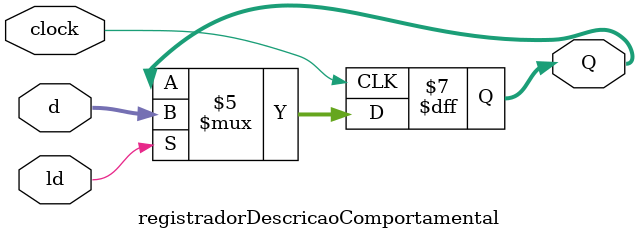
<source format=v>
/*
	Registrador de carga paralela
	Descreva um registrador de carga paralela de 4 bits em Verilog utilzando
	a abordagem comportamental. O registrador possui uma entrada ld, que quando
	ld = 1, deve-se efetuar a carga no registrador. Caso contrário(ld = 0), 
	o último valor é mantido. O registrador é sensível à borda de descida do relógio.
	
*/
module registradorDescricaoComportamental(input [3:0] d, input clock, ld, output reg [3:0] Q);
	initial begin 
		Q = 4'b0000;
	end
	always@(negedge clock) begin
		if(ld == 1) begin
			Q = d;
		end
	end
endmodule

</source>
